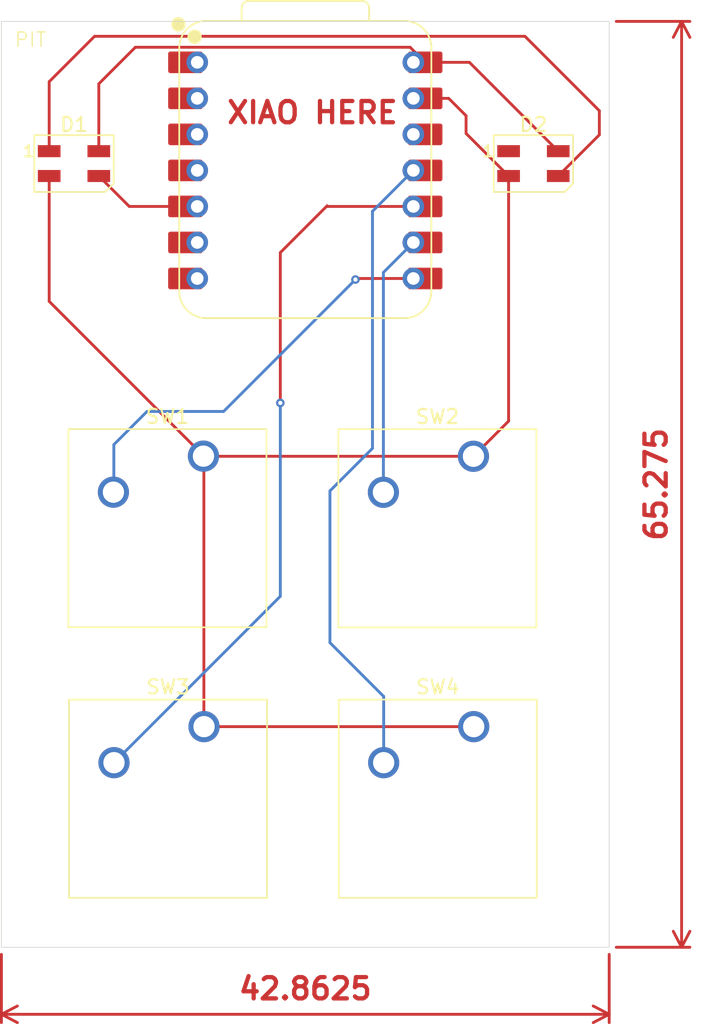
<source format=kicad_pcb>
(kicad_pcb (version 20241229) (generator "pcbnew") (generator_version "9.0")
  (layers (0 "F.Cu" signal) (2 "B.Cu" signal) (13 "F.Paste" user) (15 "B.Paste" user) (5 "F.SilkS" user "F.Silkscreen") (7 "B.SilkS" user "B.Silkscreen") (1 "F.Mask" user) (3 "B.Mask" user) (25 "Edge.Cuts" user))
  (net 0 "")
  (net 1 "+5V")
  (net 2 "Net-(D1-DIN)")
  (net 3 "Net-(D1-DOUT)")
  (net 4 "GND")
  (net 6 "Net-(U1-GPIO1{slash}RX)")
  (net 7 "Net-(U1-GPIO2{slash}SCK)")
  (net 8 "Net-(U1-GPIO4{slash}MISO)")
  (net 9 "Net-(U1-GPIO3{slash}MOSI)")
  (footprint "LED_SMD:LED_SK6812MINI_PLCC4_3.5x3.5mm_P1.75mm" (layer "F.Cu") (at 64.65 49.525)
    (property "Reference" "D1" (at 0 -2.75 0) (layer "F.SilkS"))
    (property "Value" "SK6812MINI")
    (fp_line (start -2.8 -2) (end -2.8 2) (stroke (width 0.12)) (layer "F.SilkS"))
    (fp_line (start -2.8 -2) (end 2.8 -2) (stroke (width 0.12)) (layer "F.SilkS"))
    (fp_line (start -2.8 2) (end 2.2 2) (stroke (width 0.12)) (layer "F.SilkS"))
    (fp_line (start 2.8 1.4) (end 2.2 2) (stroke (width 0.12)) (layer "F.SilkS"))
    (fp_line (start 2.8 1.4) (end 2.8 -2) (stroke (width 0.12)) (layer "F.SilkS"))
    (fp_text user "1" (at -3.2 -0.875 0) (layer "F.SilkS") (effects (font (size 0.8 0.8))))
    (pad "1" smd rect (at -1.75 -0.875) (size 1.6 0.85) (layers "F.Cu" "F.Mask" "F.Paste") (net 3 "Net-(D1-DOUT)"))
    (pad "2" smd rect (at -1.75 0.875) (size 1.6 0.85) (layers "F.Cu" "F.Mask" "F.Paste") (net 4 "GND"))
    (pad "3" smd rect (at 1.75 0.875) (size 1.6 0.85) (layers "F.Cu" "F.Mask" "F.Paste") (net 2 "Net-(D1-DIN)"))
    (pad "4" smd rect (at 1.75 -0.875) (size 1.6 0.85) (layers "F.Cu" "F.Mask" "F.Paste") (net 1 "+5V"))
  )
  (footprint "Button_Switch_Keyboard:SW_Cherry_MX_1.00u_PCB" (layer "F.Cu") (at 92.82 70.16)
    (property "Reference" "SW2" (at -2.54 -2.794 0) (layer "F.SilkS"))
    (property "Value" "SW_Push")
    (fp_line (start -9.525 -1.905) (end 4.445 -1.905) (stroke (width 0.12)) (layer "F.SilkS"))
    (fp_line (start -9.525 12.065) (end -9.525 -1.905) (stroke (width 0.12)) (layer "F.SilkS"))
    (fp_line (start 4.445 -1.905) (end 4.445 12.065) (stroke (width 0.12)) (layer "F.SilkS"))
    (fp_line (start 4.445 12.065) (end -9.525 12.065) (stroke (width 0.12)) (layer "F.SilkS"))
    (pad "" np_thru_hole circle (at -7.62 5.08) (size 1.7 1.7) (drill 1.7) (layers "*.Cu" "*.Mask"))
    (pad "" np_thru_hole circle (at -2.54 5.08) (size 4 4) (drill 4) (layers "*.Cu" "*.Mask"))
    (pad "" np_thru_hole circle (at 2.54 5.08) (size 1.7 1.7) (drill 1.7) (layers "*.Cu" "*.Mask"))
    (pad "1" thru_hole circle (at 0 0) (size 2.2 2.2) (drill 1.5) (layers "*.Cu" "*.Mask") (net 4 "GND"))
    (pad "2" thru_hole circle (at -6.35 2.54) (size 2.2 2.2) (drill 1.5) (layers "*.Cu" "*.Mask") (net 7 "Net-(U1-GPIO2{slash}SCK)"))
  )
  (footprint "LED_SMD:LED_SK6812MINI_PLCC4_3.5x3.5mm_P1.75mm" (layer "F.Cu") (at 97.05 49.525)
    (property "Reference" "D2" (at 0 -2.75 0) (layer "F.SilkS"))
    (property "Value" "SK6812MINI")
    (fp_line (start -2.8 -2) (end -2.8 2) (stroke (width 0.12)) (layer "F.SilkS"))
    (fp_line (start -2.8 -2) (end 2.8 -2) (stroke (width 0.12)) (layer "F.SilkS"))
    (fp_line (start -2.8 2) (end 2.2 2) (stroke (width 0.12)) (layer "F.SilkS"))
    (fp_line (start 2.8 1.4) (end 2.2 2) (stroke (width 0.12)) (layer "F.SilkS"))
    (fp_line (start 2.8 1.4) (end 2.8 -2) (stroke (width 0.12)) (layer "F.SilkS"))
    (fp_text user "1" (at -3.2 -0.875 0) (layer "F.SilkS") (effects (font (size 0.8 0.8))))
    (pad "1" smd rect (at -1.75 -0.875) (size 1.6 0.85) (layers "F.Cu" "F.Mask" "F.Paste"))
    (pad "2" smd rect (at -1.75 0.875) (size 1.6 0.85) (layers "F.Cu" "F.Mask" "F.Paste") (net 4 "GND"))
    (pad "3" smd rect (at 1.75 0.875) (size 1.6 0.85) (layers "F.Cu" "F.Mask" "F.Paste") (net 3 "Net-(D1-DOUT)"))
    (pad "4" smd rect (at 1.75 -0.875) (size 1.6 0.85) (layers "F.Cu" "F.Mask" "F.Paste") (net 1 "+5V"))
  )
  (footprint "Button_Switch_Keyboard:SW_Cherry_MX_1.00u_PCB" (layer "F.Cu") (at 73.82 89.22)
    (property "Reference" "SW3" (at -2.54 -2.794 0) (layer "F.SilkS"))
    (property "Value" "SW_Push")
    (fp_line (start -9.525 -1.905) (end 4.445 -1.905) (stroke (width 0.12)) (layer "F.SilkS"))
    (fp_line (start -9.525 12.065) (end -9.525 -1.905) (stroke (width 0.12)) (layer "F.SilkS"))
    (fp_line (start 4.445 -1.905) (end 4.445 12.065) (stroke (width 0.12)) (layer "F.SilkS"))
    (fp_line (start 4.445 12.065) (end -9.525 12.065) (stroke (width 0.12)) (layer "F.SilkS"))
    (pad "" np_thru_hole circle (at -7.62 5.08) (size 1.7 1.7) (drill 1.7) (layers "*.Cu" "*.Mask"))
    (pad "" np_thru_hole circle (at -2.54 5.08) (size 4 4) (drill 4) (layers "*.Cu" "*.Mask"))
    (pad "" np_thru_hole circle (at 2.54 5.08) (size 1.7 1.7) (drill 1.7) (layers "*.Cu" "*.Mask"))
    (pad "1" thru_hole circle (at 0 0) (size 2.2 2.2) (drill 1.5) (layers "*.Cu" "*.Mask") (net 4 "GND"))
    (pad "2" thru_hole circle (at -6.35 2.54) (size 2.2 2.2) (drill 1.5) (layers "*.Cu" "*.Mask") (net 8 "Net-(U1-GPIO4{slash}MISO)"))
  )
  (footprint "Button_Switch_Keyboard:SW_Cherry_MX_1.00u_PCB" (layer "F.Cu") (at 73.78 70.15)
    (property "Reference" "SW1" (at -2.54 -2.794 0) (layer "F.SilkS"))
    (property "Value" "SW_Push")
    (fp_line (start -9.525 -1.905) (end 4.445 -1.905) (stroke (width 0.12)) (layer "F.SilkS"))
    (fp_line (start -9.525 12.065) (end -9.525 -1.905) (stroke (width 0.12)) (layer "F.SilkS"))
    (fp_line (start 4.445 -1.905) (end 4.445 12.065) (stroke (width 0.12)) (layer "F.SilkS"))
    (fp_line (start 4.445 12.065) (end -9.525 12.065) (stroke (width 0.12)) (layer "F.SilkS"))
    (pad "" np_thru_hole circle (at -7.62 5.08) (size 1.7 1.7) (drill 1.7) (layers "*.Cu" "*.Mask"))
    (pad "" np_thru_hole circle (at -2.54 5.08) (size 4 4) (drill 4) (layers "*.Cu" "*.Mask"))
    (pad "" np_thru_hole circle (at 2.54 5.08) (size 1.7 1.7) (drill 1.7) (layers "*.Cu" "*.Mask"))
    (pad "1" thru_hole circle (at 0 0) (size 2.2 2.2) (drill 1.5) (layers "*.Cu" "*.Mask") (net 4 "GND"))
    (pad "2" thru_hole circle (at -6.35 2.54) (size 2.2 2.2) (drill 1.5) (layers "*.Cu" "*.Mask") (net 6 "Net-(U1-GPIO1{slash}RX)"))
  )
  (footprint "OPL:XIAO-RP2040-DIP" (layer "F.Cu") (at 80.9625 50.00625)
    (property "Reference" "U1" (hide yes))
    (property "Value" "XIAO-RP2040-DIP")
    (fp_line (start -8.89 8.509) (end -8.89 -8.636) (stroke (width 0.127)) (layer "F.SilkS"))
    (fp_line (start -6.985 10.414) (end 6.985 10.414) (stroke (width 0.127)) (layer "F.SilkS"))
    (fp_line (start -4.495 -10.541) (end -4.491272 -11.451272) (stroke (width 0.127)) (layer "F.SilkS"))
    (fp_line (start -3.991272 -11.951) (end 4.004 -11.951) (stroke (width 0.127)) (layer "F.SilkS"))
    (fp_line (start 4.504 -11.451) (end 4.504 -10.541) (stroke (width 0.127)) (layer "F.SilkS"))
    (fp_line (start 6.985 -10.541) (end -6.985 -10.541) (stroke (width 0.1)) (layer "F.SilkS"))
    (fp_line (start 6.985 -10.541) (end -6.985 -10.541) (stroke (width 0.127)) (layer "F.SilkS"))
    (fp_line (start 8.89 8.509) (end 8.89 -8.636) (stroke (width 0.127)) (layer "F.SilkS"))
    (fp_arc (start -8.89 -8.636) (mid -8.332038 -9.983038) (end -6.985 -10.541) (stroke (width 0.127)) (layer "F.SilkS"))
    (fp_arc (start -6.985 10.414) (mid -8.332038 9.856038) (end -8.89 8.509) (stroke (width 0.127)) (layer "F.SilkS"))
    (fp_arc (start -4.491272 -11.451272) (mid -4.344728 -11.80464) (end -3.991272 -11.951) (stroke (width 0.127)) (layer "F.SilkS"))
    (fp_arc (start 4.004 -11.951) (mid 4.357553 -11.804553) (end 4.504 -11.451) (stroke (width 0.127)) (layer "F.SilkS"))
    (fp_arc (start 6.985 -10.541) (mid 8.332038 -9.983038) (end 8.89 -8.636) (stroke (width 0.127)) (layer "F.SilkS"))
    (fp_arc (start 8.89 8.509) (mid 8.332038 9.856038) (end 6.985 10.414) (stroke (width 0.127)) (layer "F.SilkS"))
    (fp_circle (center -8.95 -10.3) (end -8.95 -10.554) (stroke (width 0.5)) (fill yes) (layer "F.SilkS"))
    (fp_circle (center -7.807 -9.42) (end -7.807 -9.674) (stroke (width 0.5)) (fill yes) (layer "F.SilkS"))
    (pad "1" smd roundrect (at -8.455 -7.62 180) (size 2.432 1.524) (layers "F.Cu" "F.Mask") (roundrect_rratio 0.1))
    (pad "1" thru_hole circle (at -7.62 -7.62 180) (size 1.524 1.524) (drill 0.889) (layers "*.Cu" "*.Mask"))
    (pad "2" smd roundrect (at -8.455 -5.08 180) (size 2.432 1.524) (layers "F.Cu" "F.Mask") (roundrect_rratio 0.1))
    (pad "2" thru_hole circle (at -7.62 -5.08 180) (size 1.524 1.524) (drill 0.889) (layers "*.Cu" "*.Mask"))
    (pad "3" smd roundrect (at -8.455 -2.54 180) (size 2.432 1.524) (layers "F.Cu" "F.Mask") (roundrect_rratio 0.1))
    (pad "3" thru_hole circle (at -7.62 -2.54 180) (size 1.524 1.524) (drill 0.889) (layers "*.Cu" "*.Mask"))
    (pad "4" smd roundrect (at -8.455 0 180) (size 2.432 1.524) (layers "F.Cu" "F.Mask") (roundrect_rratio 0.1))
    (pad "4" thru_hole circle (at -7.62 0 180) (size 1.524 1.524) (drill 0.889) (layers "*.Cu" "*.Mask"))
    (pad "5" smd roundrect (at -8.455 2.54 180) (size 2.432 1.524) (layers "F.Cu" "F.Mask") (roundrect_rratio 0.1) (net 2 "Net-(D1-DIN)"))
    (pad "5" thru_hole circle (at -7.62 2.54 180) (size 1.524 1.524) (drill 0.889) (layers "*.Cu" "*.Mask") (net 2 "Net-(D1-DIN)"))
    (pad "6" smd roundrect (at -8.455 5.08 180) (size 2.432 1.524) (layers "F.Cu" "F.Mask") (roundrect_rratio 0.1))
    (pad "6" thru_hole circle (at -7.62 5.08 180) (size 1.524 1.524) (drill 0.889) (layers "*.Cu" "*.Mask"))
    (pad "7" smd roundrect (at -8.455 7.62 180) (size 2.432 1.524) (layers "F.Cu" "F.Mask") (roundrect_rratio 0.1))
    (pad "7" thru_hole circle (at -7.62 7.62 180) (size 1.524 1.524) (drill 0.889) (layers "*.Cu" "*.Mask"))
    (pad "8" thru_hole circle (at 7.62 7.62) (size 1.524 1.524) (drill 0.889) (layers "*.Cu" "*.Mask") (net 6 "Net-(U1-GPIO1{slash}RX)"))
    (pad "8" smd roundrect (at 8.455 7.62) (size 2.432 1.524) (layers "F.Cu" "F.Mask") (roundrect_rratio 0.1) (net 6 "Net-(U1-GPIO1{slash}RX)"))
    (pad "9" thru_hole circle (at 7.62 5.08) (size 1.524 1.524) (drill 0.889) (layers "*.Cu" "*.Mask") (net 7 "Net-(U1-GPIO2{slash}SCK)"))
    (pad "9" smd roundrect (at 8.455 5.08) (size 2.432 1.524) (layers "F.Cu" "F.Mask") (roundrect_rratio 0.1) (net 7 "Net-(U1-GPIO2{slash}SCK)"))
    (pad "10" thru_hole circle (at 7.62 2.54) (size 1.524 1.524) (drill 0.889) (layers "*.Cu" "*.Mask") (net 8 "Net-(U1-GPIO4{slash}MISO)"))
    (pad "10" smd roundrect (at 8.455 2.54) (size 2.432 1.524) (layers "F.Cu" "F.Mask") (roundrect_rratio 0.1) (net 8 "Net-(U1-GPIO4{slash}MISO)"))
    (pad "11" thru_hole circle (at 7.62 0) (size 1.524 1.524) (drill 0.889) (layers "*.Cu" "*.Mask") (net 9 "Net-(U1-GPIO3{slash}MOSI)"))
    (pad "11" smd roundrect (at 8.455 0) (size 2.432 1.524) (layers "F.Cu" "F.Mask") (roundrect_rratio 0.1) (net 9 "Net-(U1-GPIO3{slash}MOSI)"))
    (pad "12" thru_hole circle (at 7.62 -2.54) (size 1.524 1.524) (drill 0.889) (layers "*.Cu" "*.Mask"))
    (pad "12" smd roundrect (at 8.455 -2.54) (size 2.432 1.524) (layers "F.Cu" "F.Mask") (roundrect_rratio 0.1))
    (pad "13" thru_hole circle (at 7.62 -5.08) (size 1.524 1.524) (drill 0.889) (layers "*.Cu" "*.Mask") (net 4 "GND"))
    (pad "13" smd roundrect (at 8.455 -5.08) (size 2.432 1.524) (layers "F.Cu" "F.Mask") (roundrect_rratio 0.1) (net 4 "GND"))
    (pad "14" thru_hole circle (at 7.62 -7.62) (size 1.524 1.524) (drill 0.889) (layers "*.Cu" "*.Mask") (net 1 "+5V"))
    (pad "14" smd roundrect (at 8.455 -7.62) (size 2.432 1.524) (layers "F.Cu" "F.Mask") (roundrect_rratio 0.1) (net 1 "+5V"))
  )
  (footprint "Button_Switch_Keyboard:SW_Cherry_MX_1.00u_PCB" (layer "F.Cu") (at 92.84 89.22)
    (property "Reference" "SW4" (at -2.54 -2.794 0) (layer "F.SilkS"))
    (property "Value" "SW_Push")
    (fp_line (start -9.525 -1.905) (end 4.445 -1.905) (stroke (width 0.12)) (layer "F.SilkS"))
    (fp_line (start -9.525 12.065) (end -9.525 -1.905) (stroke (width 0.12)) (layer "F.SilkS"))
    (fp_line (start 4.445 -1.905) (end 4.445 12.065) (stroke (width 0.12)) (layer "F.SilkS"))
    (fp_line (start 4.445 12.065) (end -9.525 12.065) (stroke (width 0.12)) (layer "F.SilkS"))
    (pad "" np_thru_hole circle (at -7.62 5.08) (size 1.7 1.7) (drill 1.7) (layers "*.Cu" "*.Mask"))
    (pad "" np_thru_hole circle (at -2.54 5.08) (size 4 4) (drill 4) (layers "*.Cu" "*.Mask"))
    (pad "" np_thru_hole circle (at 2.54 5.08) (size 1.7 1.7) (drill 1.7) (layers "*.Cu" "*.Mask"))
    (pad "1" thru_hole circle (at 0 0) (size 2.2 2.2) (drill 1.5) (layers "*.Cu" "*.Mask") (net 4 "GND"))
    (pad "2" thru_hole circle (at -6.35 2.54) (size 2.2 2.2) (drill 1.5) (layers "*.Cu" "*.Mask") (net 9 "Net-(U1-GPIO3{slash}MOSI)"))
  )
  (gr_rect (start 59.53125 39.5) (end 102.39375 104.775) (stroke (width 0.05)) (fill no) (layer "Edge.Cuts"))
  (gr_text "XIAO HERE" (at 75.3 46.81 0) (layer "F.Cu") (effects (font (size 1.5 1.5) (thickness 0.3) (bold yes)) (justify left bottom)))
  (gr_text "PIT" (at 60.4 41.37025 0) (layer "F.SilkS") (effects (font (size 1 1) (thickness 0.1)) (justify left bottom)))
  (dimension (type orthogonal) (layer "F.Cu") (pts (xy 59.53125 104.775) (xy 102.39375 104.775)) (height 4.725) (orientation 0) (format (prefix "") (suffix "") (units 3) (units_format 0) (precision 4) (suppress_zeroes yes)) (style (thickness 0.2) (arrow_length 1.27) (text_position_mode 0) (arrow_direction outward) (extension_height 0.58642) (extension_offset 0.5) (keep_text_aligned yes)) (gr_text "42,8625" (at 80.9625 107.7 0) (layer "F.Cu") (effects (font (size 1.5 1.5) (thickness 0.3)))))
  (dimension (type orthogonal) (layer "F.Cu") (pts (xy 102.39375 104.775) (xy 102.39375 39.5)) (height 5.10625) (orientation 1) (format (prefix "") (suffix "") (units 3) (units_format 0) (precision 4) (suppress_zeroes yes)) (style (thickness 0.2) (arrow_length 1.27) (text_position_mode 0) (arrow_direction outward) (extension_height 0.58642) (extension_offset 0.5) (keep_text_aligned yes)) (gr_text "65,275" (at 105.7 72.1375 90) (layer "F.Cu") (effects (font (size 1.5 1.5) (thickness 0.3)))))
  (segment (start 88.3545 41.32325) (end 89.4175 42.38625) (width 0.2) (layer "F.Cu") (net 1))
  (segment (start 66.4 43.9) (end 68.97675 41.32325) (width 0.2) (layer "F.Cu") (net 1))
  (segment (start 68.97675 41.32325) (end 88.3545 41.32325) (width 0.2) (layer "F.Cu") (net 1))
  (segment (start 89.4175 42.38625) (end 92.53625 42.38625) (width 0.2) (layer "F.Cu") (net 1))
  (segment (start 66.4 48.65) (end 66.4 43.9) (width 0.2) (layer "F.Cu") (net 1))
  (segment (start 92.53625 42.38625) (end 98.8 48.65) (width 0.2) (layer "F.Cu") (net 1))
  (segment (start 66.4 50.4) (end 68.54625 52.54625) (width 0.2) (layer "F.Cu") (net 2))
  (segment (start 68.54625 52.54625) (end 72.5075 52.54625) (width 0.2) (layer "F.Cu") (net 2))
  (segment (start 101.7 45.8) (end 101.7 47.5) (width 0.2) (layer "F.Cu") (net 3))
  (segment (start 62.9 48.65) (end 62.9 43.75) (width 0.2) (layer "F.Cu") (net 3))
  (segment (start 96.45 40.55) (end 101.7 45.8) (width 0.2) (layer "F.Cu") (net 3))
  (segment (start 101.7 47.5) (end 98.8 50.4) (width 0.2) (layer "F.Cu") (net 3))
  (segment (start 62.9 43.75) (end 66.1 40.55) (width 0.2) (layer "F.Cu") (net 3))
  (segment (start 66.1 40.55) (end 96.45 40.55) (width 0.2) (layer "F.Cu") (net 3))
  (segment (start 73.81 70.15) (end 73.81 89.21) (width 0.2) (layer "F.Cu") (net 4))
  (segment (start 92.3 47.4) (end 95.3 50.4) (width 0.2) (layer "F.Cu") (net 4))
  (segment (start 91.07625 44.92625) (end 92.3 46.15) (width 0.2) (layer "F.Cu") (net 4))
  (segment (start 73.82 70.16) (end 73.81 70.15) (width 0.2) (layer "F.Cu") (net 4))
  (segment (start 62.9 59.24) (end 73.81 70.15) (width 0.2) (layer "F.Cu") (net 4))
  (segment (start 95.3 50.4) (end 95.3 67.68) (width 0.2) (layer "F.Cu") (net 4))
  (segment (start 92.3 46.15) (end 92.3 47.4) (width 0.2) (layer "F.Cu") (net 4))
  (segment (start 73.81 89.21) (end 73.82 89.22) (width 0.2) (layer "F.Cu") (net 4))
  (segment (start 92.84 89.22) (end 73.82 89.22) (width 0.2) (layer "F.Cu") (net 4))
  (segment (start 95.3 67.68) (end 92.82 70.16) (width 0.2) (layer "F.Cu") (net 4))
  (segment (start 62.9 50.4) (end 62.9 59.24) (width 0.2) (layer "F.Cu") (net 4))
  (segment (start 92.82 70.16) (end 73.82 70.16) (width 0.2) (layer "F.Cu") (net 4))
  (segment (start 89.4175 44.92625) (end 91.07625 44.92625) (width 0.2) (layer "F.Cu") (net 4))
  (segment (start 84.57375 57.62625) (end 84.5 57.7) (width 0.2) (layer "F.Cu") (net 6))
  (segment (start 88.5825 57.62625) (end 84.57375 57.62625) (width 0.2) (layer "F.Cu") (net 6))
  (via (at 84.5 57.7) (size 0.6) (drill 0.3) (layers "F.Cu" "B.Cu") (net 6))
  (segment (start 84.5 57.7) (end 75.2 67) (width 0.2) (layer "B.Cu") (net 6))
  (segment (start 69.8 67) (end 67.46 69.34) (width 0.2) (layer "B.Cu") (net 6))
  (segment (start 67.46 69.34) (end 67.46 72.69) (width 0.2) (layer "B.Cu") (net 6))
  (segment (start 75.2 67) (end 69.8 67) (width 0.2) (layer "B.Cu") (net 6))
  (segment (start 88.5825 55.08625) (end 86.47 57.19875) (width 0.2) (layer "B.Cu") (net 7))
  (segment (start 86.47 57.19875) (end 86.47 72.7) (width 0.2) (layer "B.Cu") (net 7))
  (segment (start 88.5825 52.54625) (end 82.54625 52.54625) (width 0.2) (layer "F.Cu") (net 8))
  (segment (start 82.54625 52.54625) (end 82.5 52.5) (width 0.2) (layer "F.Cu") (net 8))
  (segment (start 79.2 55.8) (end 79.2 66.4) (width 0.2) (layer "F.Cu") (net 8))
  (segment (start 82.5 52.5) (end 79.2 55.8) (width 0.2) (layer "F.Cu") (net 8))
  (via (at 79.2 66.4) (size 0.6) (drill 0.3) (layers "F.Cu" "B.Cu") (net 8))
  (segment (start 79.2 80.03) (end 67.47 91.76) (width 0.2) (layer "B.Cu") (net 8))
  (segment (start 79.2 66.4) (end 79.2 80.03) (width 0.2) (layer "B.Cu") (net 8))
  (segment (start 86.49 87.09) (end 86.49 91.76) (width 0.2) (layer "B.Cu") (net 9))
  (segment (start 85.7 69.6) (end 82.7 72.6) (width 0.2) (layer "B.Cu") (net 9))
  (segment (start 85.7 52.88875) (end 85.7 69.6) (width 0.2) (layer "B.Cu") (net 9))
  (segment (start 82.7 83.3) (end 86.49 87.09) (width 0.2) (layer "B.Cu") (net 9))
  (segment (start 82.7 72.6) (end 82.7 83.3) (width 0.2) (layer "B.Cu") (net 9))
  (segment (start 88.5825 50.00625) (end 85.7 52.88875) (width 0.2) (layer "B.Cu") (net 9))
)
</source>
